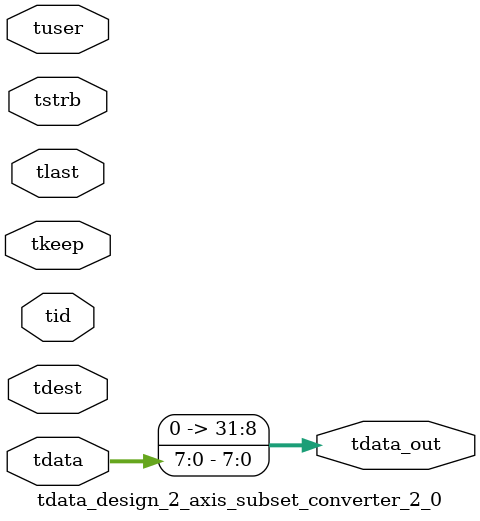
<source format=v>


`timescale 1ps/1ps

module tdata_design_2_axis_subset_converter_2_0 #
(
parameter C_S_AXIS_TDATA_WIDTH = 32,
parameter C_S_AXIS_TUSER_WIDTH = 0,
parameter C_S_AXIS_TID_WIDTH   = 0,
parameter C_S_AXIS_TDEST_WIDTH = 0,
parameter C_M_AXIS_TDATA_WIDTH = 32
)
(
input  [(C_S_AXIS_TDATA_WIDTH == 0 ? 1 : C_S_AXIS_TDATA_WIDTH)-1:0     ] tdata,
input  [(C_S_AXIS_TUSER_WIDTH == 0 ? 1 : C_S_AXIS_TUSER_WIDTH)-1:0     ] tuser,
input  [(C_S_AXIS_TID_WIDTH   == 0 ? 1 : C_S_AXIS_TID_WIDTH)-1:0       ] tid,
input  [(C_S_AXIS_TDEST_WIDTH == 0 ? 1 : C_S_AXIS_TDEST_WIDTH)-1:0     ] tdest,
input  [(C_S_AXIS_TDATA_WIDTH/8)-1:0 ] tkeep,
input  [(C_S_AXIS_TDATA_WIDTH/8)-1:0 ] tstrb,
input                                                                    tlast,
output [C_M_AXIS_TDATA_WIDTH-1:0] tdata_out
);

assign tdata_out = {tdata[7:0]};

endmodule


</source>
